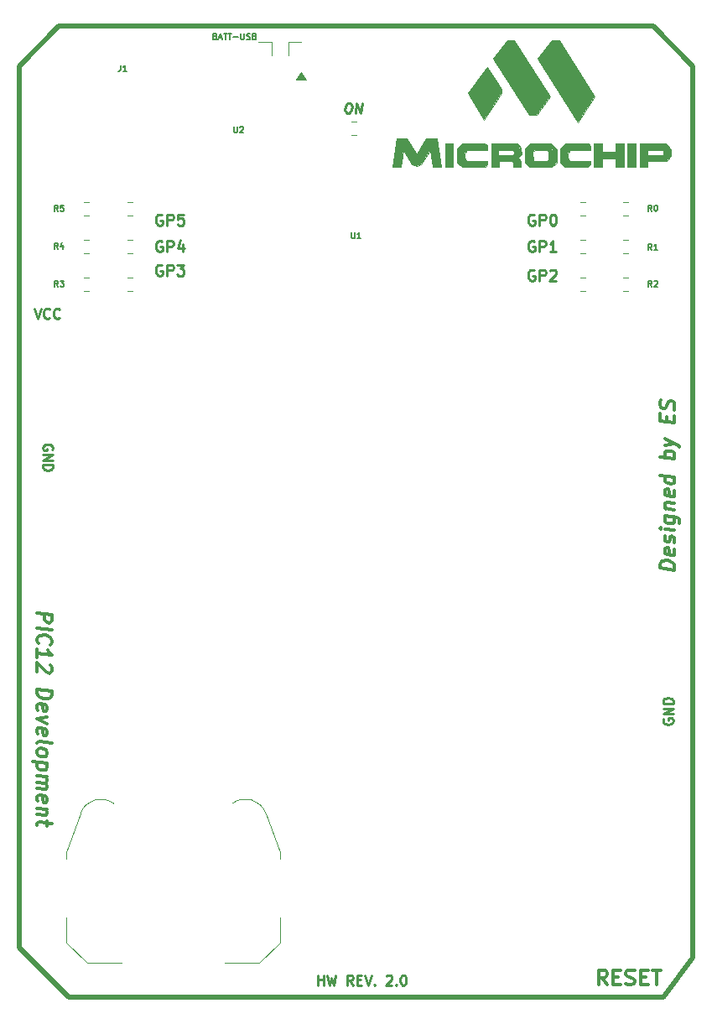
<source format=gto>
G04 #@! TF.GenerationSoftware,KiCad,Pcbnew,(5.1.5)-2*
G04 #@! TF.CreationDate,2020-05-30T20:26:40+02:00*
G04 #@! TF.ProjectId,PIC12_BOARD_REV2,50494331-325f-4424-9f41-52445f524556,rev?*
G04 #@! TF.SameCoordinates,Original*
G04 #@! TF.FileFunction,Legend,Top*
G04 #@! TF.FilePolarity,Positive*
%FSLAX46Y46*%
G04 Gerber Fmt 4.6, Leading zero omitted, Abs format (unit mm)*
G04 Created by KiCad (PCBNEW (5.1.5)-2) date 2020-05-30 20:26:40*
%MOMM*%
%LPD*%
G04 APERTURE LIST*
%ADD10C,0.250000*%
%ADD11C,0.500000*%
%ADD12C,0.300000*%
%ADD13C,0.150000*%
%ADD14C,0.030000*%
%ADD15C,0.100000*%
%ADD16C,0.120000*%
%ADD17C,0.350000*%
%ADD18C,0.275000*%
G04 APERTURE END LIST*
D10*
X155576842Y-54806380D02*
X155767318Y-54806380D01*
X155856604Y-54854000D01*
X155939937Y-54949238D01*
X155963747Y-55139714D01*
X155922080Y-55473047D01*
X155850651Y-55663523D01*
X155743508Y-55758761D01*
X155642318Y-55806380D01*
X155451842Y-55806380D01*
X155362556Y-55758761D01*
X155279223Y-55663523D01*
X155255413Y-55473047D01*
X155297080Y-55139714D01*
X155368508Y-54949238D01*
X155475651Y-54854000D01*
X155576842Y-54806380D01*
X156308985Y-55806380D02*
X156433985Y-54806380D01*
X156880413Y-55806380D01*
X157005413Y-54806380D01*
D11*
X122397000Y-140063000D02*
X127397000Y-145063000D01*
D10*
X123873666Y-75540880D02*
X124207000Y-76540880D01*
X124540333Y-75540880D01*
X125445095Y-76445642D02*
X125397476Y-76493261D01*
X125254619Y-76540880D01*
X125159380Y-76540880D01*
X125016523Y-76493261D01*
X124921285Y-76398023D01*
X124873666Y-76302785D01*
X124826047Y-76112309D01*
X124826047Y-75969452D01*
X124873666Y-75778976D01*
X124921285Y-75683738D01*
X125016523Y-75588500D01*
X125159380Y-75540880D01*
X125254619Y-75540880D01*
X125397476Y-75588500D01*
X125445095Y-75636119D01*
X126445095Y-76445642D02*
X126397476Y-76493261D01*
X126254619Y-76540880D01*
X126159380Y-76540880D01*
X126016523Y-76493261D01*
X125921285Y-76398023D01*
X125873666Y-76302785D01*
X125826047Y-76112309D01*
X125826047Y-75969452D01*
X125873666Y-75778976D01*
X125921285Y-75683738D01*
X126016523Y-75588500D01*
X126159380Y-75540880D01*
X126254619Y-75540880D01*
X126397476Y-75588500D01*
X126445095Y-75636119D01*
X125707000Y-89804595D02*
X125754619Y-89709357D01*
X125754619Y-89566500D01*
X125707000Y-89423642D01*
X125611761Y-89328404D01*
X125516523Y-89280785D01*
X125326047Y-89233166D01*
X125183190Y-89233166D01*
X124992714Y-89280785D01*
X124897476Y-89328404D01*
X124802238Y-89423642D01*
X124754619Y-89566500D01*
X124754619Y-89661738D01*
X124802238Y-89804595D01*
X124849857Y-89852214D01*
X125183190Y-89852214D01*
X125183190Y-89661738D01*
X124754619Y-90280785D02*
X125754619Y-90280785D01*
X124754619Y-90852214D01*
X125754619Y-90852214D01*
X124754619Y-91328404D02*
X125754619Y-91328404D01*
X125754619Y-91566500D01*
X125707000Y-91709357D01*
X125611761Y-91804595D01*
X125516523Y-91852214D01*
X125326047Y-91899833D01*
X125183190Y-91899833D01*
X124992714Y-91852214D01*
X124897476Y-91804595D01*
X124802238Y-91709357D01*
X124754619Y-91566500D01*
X124754619Y-91328404D01*
X187429000Y-116948904D02*
X187381380Y-117044142D01*
X187381380Y-117187000D01*
X187429000Y-117329857D01*
X187524238Y-117425095D01*
X187619476Y-117472714D01*
X187809952Y-117520333D01*
X187952809Y-117520333D01*
X188143285Y-117472714D01*
X188238523Y-117425095D01*
X188333761Y-117329857D01*
X188381380Y-117187000D01*
X188381380Y-117091761D01*
X188333761Y-116948904D01*
X188286142Y-116901285D01*
X187952809Y-116901285D01*
X187952809Y-117091761D01*
X188381380Y-116472714D02*
X187381380Y-116472714D01*
X188381380Y-115901285D01*
X187381380Y-115901285D01*
X188381380Y-115425095D02*
X187381380Y-115425095D01*
X187381380Y-115187000D01*
X187429000Y-115044142D01*
X187524238Y-114948904D01*
X187619476Y-114901285D01*
X187809952Y-114853666D01*
X187952809Y-114853666D01*
X188143285Y-114901285D01*
X188238523Y-114948904D01*
X188333761Y-115044142D01*
X188381380Y-115187000D01*
X188381380Y-115425095D01*
D12*
X181702428Y-143823071D02*
X181202428Y-143108785D01*
X180845285Y-143823071D02*
X180845285Y-142323071D01*
X181416714Y-142323071D01*
X181559571Y-142394500D01*
X181631000Y-142465928D01*
X181702428Y-142608785D01*
X181702428Y-142823071D01*
X181631000Y-142965928D01*
X181559571Y-143037357D01*
X181416714Y-143108785D01*
X180845285Y-143108785D01*
X182345285Y-143037357D02*
X182845285Y-143037357D01*
X183059571Y-143823071D02*
X182345285Y-143823071D01*
X182345285Y-142323071D01*
X183059571Y-142323071D01*
X183631000Y-143751642D02*
X183845285Y-143823071D01*
X184202428Y-143823071D01*
X184345285Y-143751642D01*
X184416714Y-143680214D01*
X184488142Y-143537357D01*
X184488142Y-143394500D01*
X184416714Y-143251642D01*
X184345285Y-143180214D01*
X184202428Y-143108785D01*
X183916714Y-143037357D01*
X183773857Y-142965928D01*
X183702428Y-142894500D01*
X183631000Y-142751642D01*
X183631000Y-142608785D01*
X183702428Y-142465928D01*
X183773857Y-142394500D01*
X183916714Y-142323071D01*
X184273857Y-142323071D01*
X184488142Y-142394500D01*
X185131000Y-143037357D02*
X185631000Y-143037357D01*
X185845285Y-143823071D02*
X185131000Y-143823071D01*
X185131000Y-142323071D01*
X185845285Y-142323071D01*
X186273857Y-142323071D02*
X187131000Y-142323071D01*
X186702428Y-143823071D02*
X186702428Y-142323071D01*
D13*
X142171142Y-48072142D02*
X142256857Y-48100714D01*
X142285428Y-48129285D01*
X142314000Y-48186428D01*
X142314000Y-48272142D01*
X142285428Y-48329285D01*
X142256857Y-48357857D01*
X142199714Y-48386428D01*
X141971142Y-48386428D01*
X141971142Y-47786428D01*
X142171142Y-47786428D01*
X142228285Y-47815000D01*
X142256857Y-47843571D01*
X142285428Y-47900714D01*
X142285428Y-47957857D01*
X142256857Y-48015000D01*
X142228285Y-48043571D01*
X142171142Y-48072142D01*
X141971142Y-48072142D01*
X142542571Y-48215000D02*
X142828285Y-48215000D01*
X142485428Y-48386428D02*
X142685428Y-47786428D01*
X142885428Y-48386428D01*
X142999714Y-47786428D02*
X143342571Y-47786428D01*
X143171142Y-48386428D02*
X143171142Y-47786428D01*
X143456857Y-47786428D02*
X143799714Y-47786428D01*
X143628285Y-48386428D02*
X143628285Y-47786428D01*
X143999714Y-48157857D02*
X144456857Y-48157857D01*
X144742571Y-47786428D02*
X144742571Y-48272142D01*
X144771142Y-48329285D01*
X144799714Y-48357857D01*
X144856857Y-48386428D01*
X144971142Y-48386428D01*
X145028285Y-48357857D01*
X145056857Y-48329285D01*
X145085428Y-48272142D01*
X145085428Y-47786428D01*
X145342571Y-48357857D02*
X145428285Y-48386428D01*
X145571142Y-48386428D01*
X145628285Y-48357857D01*
X145656857Y-48329285D01*
X145685428Y-48272142D01*
X145685428Y-48215000D01*
X145656857Y-48157857D01*
X145628285Y-48129285D01*
X145571142Y-48100714D01*
X145456857Y-48072142D01*
X145399714Y-48043571D01*
X145371142Y-48015000D01*
X145342571Y-47957857D01*
X145342571Y-47900714D01*
X145371142Y-47843571D01*
X145399714Y-47815000D01*
X145456857Y-47786428D01*
X145599714Y-47786428D01*
X145685428Y-47815000D01*
X146142571Y-48072142D02*
X146228285Y-48100714D01*
X146256857Y-48129285D01*
X146285428Y-48186428D01*
X146285428Y-48272142D01*
X146256857Y-48329285D01*
X146228285Y-48357857D01*
X146171142Y-48386428D01*
X145942571Y-48386428D01*
X145942571Y-47786428D01*
X146142571Y-47786428D01*
X146199714Y-47815000D01*
X146228285Y-47843571D01*
X146256857Y-47900714D01*
X146256857Y-47957857D01*
X146228285Y-48015000D01*
X146199714Y-48043571D01*
X146142571Y-48072142D01*
X145942571Y-48072142D01*
D14*
X178005529Y-59548943D02*
X177763001Y-59857473D01*
D15*
G36*
X180493596Y-54130252D02*
G01*
X178765928Y-56748253D01*
X174743300Y-50318206D01*
X176148641Y-48475684D01*
X176870651Y-48475684D01*
X180493596Y-54130252D01*
G37*
X180493596Y-54130252D02*
X178765928Y-56748253D01*
X174743300Y-50318206D01*
X176148641Y-48475684D01*
X176870651Y-48475684D01*
X180493596Y-54130252D01*
G36*
X175941072Y-54130252D02*
G01*
X174651598Y-56004052D01*
X173850128Y-56004052D01*
X170245133Y-50318206D01*
X171691084Y-48475684D01*
X172325420Y-48460953D01*
X175941072Y-54130252D01*
G37*
X175941072Y-54130252D02*
X174651598Y-56004052D01*
X173850128Y-56004052D01*
X170245133Y-50318206D01*
X171691084Y-48475684D01*
X172325420Y-48460953D01*
X175941072Y-54130252D01*
G36*
X173031600Y-59303168D02*
G01*
X172207338Y-59518341D01*
X170762087Y-59518341D01*
X170020836Y-58918182D01*
X172674701Y-58918182D01*
X173031600Y-59303168D01*
G37*
X173031600Y-59303168D02*
X172207338Y-59518341D01*
X170762087Y-59518341D01*
X170020836Y-58918182D01*
X172674701Y-58918182D01*
X173031600Y-59303168D01*
G36*
X187714000Y-60037000D02*
G01*
X187714000Y-60545000D01*
X187708186Y-60678459D01*
X187279548Y-60068116D01*
X187391366Y-60001158D01*
X187714000Y-60037000D01*
G37*
X187714000Y-60037000D02*
X187714000Y-60545000D01*
X187708186Y-60678459D01*
X187279548Y-60068116D01*
X187391366Y-60001158D01*
X187714000Y-60037000D01*
G36*
X187279548Y-59518341D02*
G01*
X185802611Y-59518341D01*
X185071131Y-58918182D01*
X187661595Y-58918182D01*
X187279548Y-59518341D01*
G37*
X187279548Y-59518341D02*
X185802611Y-59518341D01*
X185071131Y-58918182D01*
X187661595Y-58918182D01*
X187279548Y-59518341D01*
D14*
X177579015Y-58918182D02*
X179862123Y-58918182D01*
X176968513Y-59392149D02*
X177579015Y-58918182D01*
X176968513Y-59392149D02*
X176968513Y-60781446D01*
X187279548Y-59518341D02*
X185802611Y-59518341D01*
X182587335Y-60413283D02*
X182587335Y-61255101D01*
X183795293Y-61255130D02*
X183795293Y-58918182D01*
X180397515Y-58918153D02*
X180397515Y-61255101D01*
X162528819Y-61151883D02*
X161997977Y-60965145D01*
D15*
G36*
X162528819Y-60001158D02*
G01*
X162528819Y-61151883D01*
X161997977Y-60965145D01*
X161130387Y-59518341D01*
X161498245Y-58369570D01*
X162528819Y-60001158D01*
G37*
X162528819Y-60001158D02*
X162528819Y-61151883D01*
X161997977Y-60965145D01*
X161130387Y-59518341D01*
X161498245Y-58369570D01*
X162528819Y-60001158D01*
G36*
X169594912Y-59068445D02*
G01*
X169594912Y-59548943D01*
X167566707Y-59548943D01*
X167318872Y-59857473D01*
X167318872Y-60348086D01*
X167495897Y-60621211D01*
X169645490Y-60621211D01*
X166600654Y-60853872D01*
X166600654Y-59392149D01*
X167131730Y-58918182D01*
X169393594Y-58918182D01*
X169594912Y-59068445D01*
G37*
X169594912Y-59068445D02*
X169594912Y-59548943D01*
X167566707Y-59548943D01*
X167318872Y-59857473D01*
X167318872Y-60348086D01*
X167495897Y-60621211D01*
X169645490Y-60621211D01*
X166600654Y-60853872D01*
X166600654Y-59392149D01*
X167131730Y-58918182D01*
X169393594Y-58918182D01*
X169594912Y-59068445D01*
G36*
X188188074Y-59439136D02*
G01*
X188188074Y-60147321D01*
X187708186Y-60678459D01*
X187661595Y-58918182D01*
X188188074Y-59439136D01*
G37*
X188188074Y-59439136D02*
X188188074Y-60147321D01*
X187708186Y-60678459D01*
X187661595Y-58918182D01*
X188188074Y-59439136D01*
D14*
X181202917Y-58918182D02*
X180397515Y-58918153D01*
D15*
G36*
X161130387Y-59518341D02*
G01*
X160901343Y-61255130D01*
X160028000Y-61255130D01*
X160441241Y-58369570D01*
X161498245Y-58369570D01*
X161130387Y-59518341D01*
G37*
X161130387Y-59518341D02*
X160901343Y-61255130D01*
X160028000Y-61255130D01*
X160441241Y-58369570D01*
X161498245Y-58369570D01*
X161130387Y-59518341D01*
G36*
X175820119Y-59690159D02*
G01*
X175650709Y-59548943D01*
X176284000Y-59529000D01*
X175820119Y-59690159D01*
G37*
X175820119Y-59690159D02*
X175650709Y-59548943D01*
X176284000Y-59529000D01*
X175820119Y-59690159D01*
G36*
X180029384Y-59175744D02*
G01*
X180029384Y-59518341D01*
X178005529Y-59548943D01*
X177763001Y-59857473D01*
X177763001Y-60348086D01*
X177946988Y-60621211D01*
X180029384Y-60621211D01*
X180029384Y-60965145D01*
X179761767Y-61255130D01*
X177453569Y-61255130D01*
X176968513Y-60781446D01*
X176968513Y-59392149D01*
X177579015Y-58918182D01*
X179862123Y-58918182D01*
X180029384Y-59175744D01*
G37*
X180029384Y-59175744D02*
X180029384Y-59518341D01*
X178005529Y-59548943D01*
X177763001Y-59857473D01*
X177763001Y-60348086D01*
X177946988Y-60621211D01*
X180029384Y-60621211D01*
X180029384Y-60965145D01*
X179761767Y-61255130D01*
X177453569Y-61255130D01*
X176968513Y-60781446D01*
X176968513Y-59392149D01*
X177579015Y-58918182D01*
X179862123Y-58918182D01*
X180029384Y-59175744D01*
G36*
X181202917Y-58918182D02*
G01*
X181202917Y-59723998D01*
X182587335Y-60413283D01*
X181202917Y-60413283D01*
X181202917Y-61255101D01*
X180397515Y-61255101D01*
X180397515Y-58918153D01*
X181202917Y-58918182D01*
G37*
X181202917Y-58918182D02*
X181202917Y-59723998D01*
X182587335Y-60413283D01*
X181202917Y-60413283D01*
X181202917Y-61255101D01*
X180397515Y-61255101D01*
X180397515Y-58918153D01*
X181202917Y-58918182D01*
G36*
X187391366Y-59625501D02*
G01*
X187279548Y-59518341D01*
X187661595Y-58918182D01*
X187391366Y-59625501D01*
G37*
X187391366Y-59625501D02*
X187279548Y-59518341D01*
X187661595Y-58918182D01*
X187391366Y-59625501D01*
D14*
X182587335Y-58918153D02*
X182587335Y-59723998D01*
D15*
G36*
X170762087Y-59518341D02*
G01*
X170789541Y-61255130D01*
X170020836Y-61255130D01*
X170020836Y-58918182D01*
X170762087Y-59518341D01*
G37*
X170762087Y-59518341D02*
X170789541Y-61255130D01*
X170020836Y-61255130D01*
X170020836Y-58918182D01*
X170762087Y-59518341D01*
D14*
X184595680Y-61255130D02*
X183795293Y-61255130D01*
D15*
G36*
X172766213Y-60348086D02*
G01*
X172130201Y-60678459D01*
X170789541Y-60678459D01*
X170762087Y-60035269D01*
X172220000Y-60037000D01*
X173063629Y-60001158D01*
X172766213Y-60348086D01*
G37*
X172766213Y-60348086D02*
X172130201Y-60678459D01*
X170789541Y-60678459D01*
X170762087Y-60035269D01*
X172220000Y-60037000D01*
X173063629Y-60001158D01*
X172766213Y-60348086D01*
G36*
X174229551Y-59690159D02*
G01*
X174252000Y-60545000D01*
X173895438Y-61255130D01*
X173424856Y-60781446D01*
X173424856Y-59351340D01*
X173951908Y-58871346D01*
X174229551Y-59690159D01*
G37*
X174229551Y-59690159D02*
X174252000Y-60545000D01*
X173895438Y-61255130D01*
X173424856Y-60781446D01*
X173424856Y-59351340D01*
X173951908Y-58871346D01*
X174229551Y-59690159D01*
G36*
X187714000Y-60037000D02*
G01*
X187391366Y-60001158D01*
X187391366Y-59625501D01*
X187661595Y-58918182D01*
X187714000Y-60037000D01*
G37*
X187714000Y-60037000D02*
X187391366Y-60001158D01*
X187391366Y-59625501D01*
X187661595Y-58918182D01*
X187714000Y-60037000D01*
D14*
X185071131Y-58918182D02*
X185071131Y-61255130D01*
X181202917Y-61255101D02*
X181202917Y-60413283D01*
D15*
G36*
X169645490Y-60965145D02*
G01*
X169438118Y-61255130D01*
X167076094Y-61255130D01*
X166600654Y-60853872D01*
X169645490Y-60621211D01*
X169645490Y-60965145D01*
G37*
X169645490Y-60965145D02*
X169438118Y-61255130D01*
X167076094Y-61255130D01*
X166600654Y-60853872D01*
X169645490Y-60621211D01*
X169645490Y-60965145D01*
G36*
X171093463Y-53378285D02*
G01*
X171093463Y-53838334D01*
X169274868Y-56488595D01*
X167692384Y-53838334D01*
X169647594Y-51193050D01*
X171093463Y-53378285D01*
G37*
X171093463Y-53378285D02*
X171093463Y-53838334D01*
X169274868Y-56488595D01*
X167692384Y-53838334D01*
X169647594Y-51193050D01*
X171093463Y-53378285D01*
G36*
X182587335Y-60413283D02*
G01*
X181202917Y-59723998D01*
X182587335Y-59723998D01*
X182587335Y-60413283D01*
G37*
X182587335Y-60413283D02*
X181202917Y-59723998D01*
X182587335Y-59723998D01*
X182587335Y-60413283D01*
G36*
X184595680Y-61255130D02*
G01*
X183795293Y-61255130D01*
X183795293Y-58918182D01*
X184595680Y-58918182D01*
X184595680Y-61255130D01*
G37*
X184595680Y-61255130D02*
X183795293Y-61255130D01*
X183795293Y-58918182D01*
X184595680Y-58918182D01*
X184595680Y-61255130D01*
G36*
X166141113Y-61255130D02*
G01*
X165400129Y-61255130D01*
X165400129Y-58918182D01*
X166141113Y-58918182D01*
X166141113Y-61255130D01*
G37*
X166141113Y-61255130D02*
X165400129Y-61255130D01*
X165400129Y-58918182D01*
X166141113Y-58918182D01*
X166141113Y-61255130D01*
D14*
X180029384Y-59518341D02*
X178005529Y-59548943D01*
X180493596Y-54130252D02*
X178765928Y-56748253D01*
X182587335Y-61255101D02*
X183410791Y-61255101D01*
X187391366Y-59625501D02*
X187279548Y-59518341D01*
X183410791Y-58918153D02*
X182587335Y-58918153D01*
X185802611Y-59518341D02*
X185802611Y-60086656D01*
D15*
G36*
X176657755Y-60781446D02*
G01*
X176135409Y-61255130D01*
X173895438Y-61255130D01*
X174252000Y-60545000D01*
X174397598Y-60621211D01*
X175687072Y-60621211D01*
X175820119Y-60494855D01*
X175820119Y-59690159D01*
X176657755Y-59439136D01*
X176657755Y-60781446D01*
G37*
X176657755Y-60781446D02*
X176135409Y-61255130D01*
X173895438Y-61255130D01*
X174252000Y-60545000D01*
X174397598Y-60621211D01*
X175687072Y-60621211D01*
X175820119Y-60494855D01*
X175820119Y-59690159D01*
X176657755Y-59439136D01*
X176657755Y-60781446D01*
D14*
X177453569Y-61255130D02*
X179761767Y-61255130D01*
X181202917Y-60413283D02*
X182587335Y-60413283D01*
X160901343Y-61255130D02*
X160028000Y-61255130D01*
D15*
G36*
X164986889Y-61255130D02*
G01*
X164082034Y-61255130D01*
X163830325Y-59518341D01*
X162941914Y-60965145D01*
X162528819Y-61151883D01*
X162528819Y-60001158D01*
X163427764Y-58369570D01*
X164559101Y-58369570D01*
X164986889Y-61255130D01*
G37*
X164986889Y-61255130D02*
X164082034Y-61255130D01*
X163830325Y-59518341D01*
X162941914Y-60965145D01*
X162528819Y-61151883D01*
X162528819Y-60001158D01*
X163427764Y-58369570D01*
X164559101Y-58369570D01*
X164986889Y-61255130D01*
G36*
X176657755Y-59439136D02*
G01*
X175650709Y-59548943D01*
X174455431Y-59548943D01*
X174229551Y-59690159D01*
X173951908Y-58871346D01*
X176083645Y-58871346D01*
X176657755Y-59439136D01*
G37*
X176657755Y-59439136D02*
X175650709Y-59548943D01*
X174455431Y-59548943D01*
X174229551Y-59690159D01*
X173951908Y-58871346D01*
X176083645Y-58871346D01*
X176657755Y-59439136D01*
G36*
X173031600Y-60621211D02*
G01*
X173031600Y-61255130D01*
X172276621Y-61255130D01*
X172276621Y-60853872D01*
X172130201Y-60678459D01*
X172766213Y-60348086D01*
X173031600Y-60621211D01*
G37*
X173031600Y-60621211D02*
X173031600Y-61255130D01*
X172276621Y-61255130D01*
X172276621Y-60853872D01*
X172130201Y-60678459D01*
X172766213Y-60348086D01*
X173031600Y-60621211D01*
D14*
X187661595Y-58918182D02*
X185071131Y-58918182D01*
D15*
G36*
X173063629Y-60001158D02*
G01*
X172220000Y-60037000D01*
X172322377Y-59948332D01*
X173031600Y-59303168D01*
X173063629Y-60001158D01*
G37*
X173063629Y-60001158D02*
X172220000Y-60037000D01*
X172322377Y-59948332D01*
X173031600Y-59303168D01*
X173063629Y-60001158D01*
D14*
X179862123Y-58918182D02*
X180029384Y-59175744D01*
D15*
G36*
X183410791Y-61255101D02*
G01*
X182587335Y-61255101D01*
X182587335Y-58918153D01*
X183410791Y-58918153D01*
X183410791Y-61255101D01*
G37*
X183410791Y-61255101D02*
X182587335Y-61255101D01*
X182587335Y-58918153D01*
X183410791Y-58918153D01*
X183410791Y-61255101D01*
G36*
X172322377Y-59948332D02*
G01*
X172322377Y-59625501D01*
X172982000Y-59275000D01*
X172322377Y-59948332D01*
G37*
X172322377Y-59948332D02*
X172322377Y-59625501D01*
X172982000Y-59275000D01*
X172322377Y-59948332D01*
D14*
X187391366Y-60001158D02*
X187391366Y-59625501D01*
X185802611Y-60086656D02*
X187279548Y-60068116D01*
D15*
G36*
X185802611Y-59518341D02*
G01*
X185802611Y-61255130D01*
X185071131Y-61255130D01*
X185071131Y-58918182D01*
X185802611Y-59518341D01*
G37*
X185802611Y-59518341D02*
X185802611Y-61255130D01*
X185071131Y-61255130D01*
X185071131Y-58918182D01*
X185802611Y-59518341D01*
G36*
X172322377Y-59625501D02*
G01*
X172207338Y-59518341D01*
X172728000Y-59275000D01*
X172322377Y-59625501D01*
G37*
X172322377Y-59625501D02*
X172207338Y-59518341D01*
X172728000Y-59275000D01*
X172322377Y-59625501D01*
D14*
X181202917Y-59723998D02*
X181202917Y-58918182D01*
X183410791Y-61255101D02*
X183410791Y-58918153D01*
D15*
G36*
X187708186Y-60678459D02*
G01*
X185802611Y-60678459D01*
X185802611Y-60086656D01*
X187279548Y-60068116D01*
X187708186Y-60678459D01*
G37*
X187708186Y-60678459D02*
X185802611Y-60678459D01*
X185802611Y-60086656D01*
X187279548Y-60068116D01*
X187708186Y-60678459D01*
D14*
X170020836Y-58918182D02*
X170020836Y-61255130D01*
X176083645Y-58871346D02*
X176657755Y-59439136D01*
X167131730Y-58918182D02*
X169393594Y-58918182D01*
X165400129Y-58918182D02*
X166141113Y-58918182D01*
X180029384Y-59175744D02*
X180029384Y-59518341D01*
X173031600Y-61255130D02*
X173031600Y-60621211D01*
X169645490Y-60621211D02*
X169645490Y-60965145D01*
X172130201Y-60678459D02*
X172276621Y-60853872D01*
X166600654Y-59392149D02*
X167131730Y-58918182D01*
X162941914Y-60965145D02*
X162528819Y-61151883D01*
X172276621Y-61255130D02*
X173031600Y-61255130D01*
X167318872Y-60348086D02*
X167495897Y-60621211D01*
X170789541Y-61255130D02*
X170789541Y-60678459D01*
X174229551Y-59690159D02*
X174455431Y-59548943D01*
X175650709Y-59548943D02*
X175820119Y-59690159D01*
X163830325Y-59518341D02*
X162941914Y-60965145D01*
X161130387Y-59518341D02*
X160901343Y-61255130D01*
X162528819Y-60001158D02*
X163427764Y-58369570D01*
X180029384Y-60621211D02*
X180029384Y-60965145D01*
X176657755Y-60781446D02*
X176657755Y-59439136D01*
X175820119Y-59690159D02*
X175820119Y-60494855D01*
X161498245Y-58369570D02*
X162528819Y-60001158D01*
X167318872Y-59857473D02*
X167318872Y-60348086D01*
X187279548Y-60068116D02*
X187391366Y-60001158D01*
X172276621Y-60853872D02*
X172276621Y-61255130D01*
X182587335Y-59723998D02*
X181202917Y-59723998D01*
X180397515Y-61255101D02*
X181202917Y-61255101D01*
X165400129Y-61255130D02*
X165400129Y-58918182D01*
X176135409Y-61255130D02*
X173895438Y-61255130D01*
X170020836Y-61255130D02*
X170789541Y-61255130D01*
X160028000Y-61255130D02*
X160441241Y-58369570D01*
X166600654Y-60853872D02*
X166600654Y-59392149D01*
X167566707Y-59548943D02*
X167318872Y-59857473D01*
X176870651Y-48475684D02*
X180493596Y-54130252D01*
X173031600Y-60621211D02*
X172766213Y-60348086D01*
X172766213Y-60348086D02*
X173063629Y-60001158D01*
X164559101Y-58369570D02*
X164986889Y-61255130D01*
X175820119Y-60494855D02*
X175687072Y-60621211D01*
X166141113Y-58918182D02*
X166141113Y-61255130D01*
X171691084Y-48475684D02*
X172325420Y-48460953D01*
X161997977Y-60965145D02*
X161130387Y-59518341D01*
X160498782Y-58369570D02*
X161498245Y-58369570D01*
X177946988Y-60621211D02*
X180029384Y-60621211D01*
X170789541Y-60678459D02*
X172130201Y-60678459D01*
X166141113Y-61255130D02*
X165400129Y-61255130D01*
X172322377Y-59948332D02*
X172322377Y-59625501D01*
X177763001Y-59857473D02*
X177763001Y-60348086D01*
X173850128Y-56004052D02*
X174651598Y-56004052D01*
X172207338Y-59518341D02*
X170762087Y-59518341D01*
X177763001Y-60348086D02*
X177946988Y-60621211D01*
X173031600Y-59303168D02*
X172674701Y-58918182D01*
X173951908Y-58871346D02*
X176083645Y-58871346D01*
X170762087Y-59518341D02*
X170762087Y-60035269D01*
X169438118Y-61255130D02*
X167076094Y-61255130D01*
X172674701Y-58918182D02*
X170020836Y-58918182D01*
X169645490Y-60965145D02*
X169438118Y-61255130D01*
X169393594Y-58918182D02*
X169594912Y-59068445D01*
X173895438Y-61255130D02*
X173424856Y-60781446D01*
X184595680Y-58918182D02*
X184595680Y-61255130D01*
X173063629Y-60001158D02*
X173031600Y-59303168D01*
X163427764Y-58369570D02*
X164559101Y-58369570D01*
X164082034Y-61255130D02*
X163830325Y-59518341D01*
X171093463Y-53378285D02*
X171093463Y-53838334D01*
X176135409Y-61255130D02*
X176657755Y-60781446D01*
X183795293Y-58918182D02*
X184595680Y-58918182D01*
X185802611Y-61255130D02*
X185802611Y-60678459D01*
X173424856Y-59351340D02*
X173951908Y-58871346D01*
X185802611Y-60678459D02*
X187708186Y-60678459D01*
X180029384Y-60965145D02*
X179761767Y-61255130D01*
X169594912Y-59548943D02*
X167566707Y-59548943D01*
X175687072Y-60621211D02*
X174397598Y-60621211D01*
X174397598Y-60621211D02*
X174229551Y-60494855D01*
X174651598Y-56004052D02*
X175941072Y-54130252D01*
X172322377Y-59625501D02*
X172207338Y-59518341D01*
X173424856Y-60781446D02*
X173424856Y-59351340D01*
X185071131Y-61255130D02*
X185802611Y-61255130D01*
X174455431Y-59548943D02*
X175650709Y-59548943D01*
X171691084Y-48475684D02*
X170245133Y-50318206D01*
X167495897Y-60621211D02*
X169645490Y-60621211D01*
X169274868Y-56488595D02*
X167692384Y-53838334D01*
X188188074Y-60147321D02*
X188188074Y-59439136D01*
X174743300Y-50318206D02*
X176148641Y-48475684D01*
X175941072Y-54130252D02*
X172325420Y-48460953D01*
X178765928Y-56748253D02*
X174743300Y-50318206D01*
X170245133Y-50318206D02*
X173850128Y-56004052D01*
X167076094Y-61255130D02*
X166600654Y-60853872D01*
X164986889Y-61255130D02*
X164082034Y-61255130D01*
X176870651Y-48475684D02*
X176148641Y-48475684D01*
X174229551Y-60494855D02*
X174229551Y-59690159D01*
X172207338Y-60035269D02*
X172322377Y-59948332D01*
X170762087Y-60035269D02*
X172207338Y-60035269D01*
X171093463Y-53838334D02*
X169274868Y-56488595D01*
X167692384Y-53838334D02*
X169647594Y-51193050D01*
X169647594Y-51193050D02*
X171093463Y-53378285D01*
X169594912Y-59068445D02*
X169594912Y-59548943D01*
X176968513Y-60781446D02*
X177453569Y-61255130D01*
D16*
X150353000Y-52403000D02*
X151369000Y-52403000D01*
X151369000Y-52403000D02*
X150861000Y-51641000D01*
D15*
G36*
X151369000Y-52403000D02*
G01*
X150353000Y-52403000D01*
X150861000Y-51641000D01*
X151369000Y-52403000D01*
G37*
X151369000Y-52403000D02*
X150353000Y-52403000D01*
X150861000Y-51641000D01*
X151369000Y-52403000D01*
D16*
X150861000Y-51641000D02*
X150353000Y-52403000D01*
D11*
X187397000Y-145063000D02*
X190397000Y-141063000D01*
X127397000Y-145063000D02*
X187397000Y-145063000D01*
X122397000Y-120063000D02*
X122397000Y-140063000D01*
X190397000Y-121063000D02*
X190397000Y-141063000D01*
D17*
X124194428Y-106278723D02*
X125694428Y-106466223D01*
X125694428Y-107037651D01*
X125623000Y-107171580D01*
X125551571Y-107234080D01*
X125408714Y-107287651D01*
X125194428Y-107260866D01*
X125051571Y-107171580D01*
X124980142Y-107091223D01*
X124908714Y-106939437D01*
X124908714Y-106368008D01*
X124194428Y-107778723D02*
X125694428Y-107966223D01*
X124337285Y-109368008D02*
X124265857Y-109287651D01*
X124194428Y-109064437D01*
X124194428Y-108921580D01*
X124265857Y-108716223D01*
X124408714Y-108591223D01*
X124551571Y-108537651D01*
X124837285Y-108501937D01*
X125051571Y-108528723D01*
X125337285Y-108635866D01*
X125480142Y-108725151D01*
X125623000Y-108885866D01*
X125694428Y-109109080D01*
X125694428Y-109251937D01*
X125623000Y-109457294D01*
X125551571Y-109519794D01*
X124194428Y-110778723D02*
X124194428Y-109921580D01*
X124194428Y-110350151D02*
X125694428Y-110537651D01*
X125480142Y-110368008D01*
X125337285Y-110207294D01*
X125265857Y-110055508D01*
X125551571Y-111519794D02*
X125623000Y-111600151D01*
X125694428Y-111751937D01*
X125694428Y-112109080D01*
X125623000Y-112243008D01*
X125551571Y-112305508D01*
X125408714Y-112359080D01*
X125265857Y-112341223D01*
X125051571Y-112243008D01*
X124194428Y-111278723D01*
X124194428Y-112207294D01*
X124194428Y-113993008D02*
X125694428Y-114180508D01*
X125694428Y-114537651D01*
X125623000Y-114743008D01*
X125480142Y-114868008D01*
X125337285Y-114921580D01*
X125051571Y-114957294D01*
X124837285Y-114930508D01*
X124551571Y-114823366D01*
X124408714Y-114734080D01*
X124265857Y-114573366D01*
X124194428Y-114350151D01*
X124194428Y-113993008D01*
X124265857Y-116073366D02*
X124194428Y-115921580D01*
X124194428Y-115635866D01*
X124265857Y-115501937D01*
X124408714Y-115448366D01*
X124980142Y-115519794D01*
X125123000Y-115609080D01*
X125194428Y-115760866D01*
X125194428Y-116046580D01*
X125123000Y-116180508D01*
X124980142Y-116234080D01*
X124837285Y-116216223D01*
X124694428Y-115484080D01*
X125194428Y-116760866D02*
X124194428Y-116993008D01*
X125194428Y-117475151D01*
X124265857Y-118501937D02*
X124194428Y-118350151D01*
X124194428Y-118064437D01*
X124265857Y-117930508D01*
X124408714Y-117876937D01*
X124980142Y-117948366D01*
X125123000Y-118037651D01*
X125194428Y-118189437D01*
X125194428Y-118475151D01*
X125123000Y-118609080D01*
X124980142Y-118662651D01*
X124837285Y-118644794D01*
X124694428Y-117912651D01*
X124194428Y-119421580D02*
X124265857Y-119287651D01*
X124408714Y-119234080D01*
X125694428Y-119394794D01*
X124194428Y-120207294D02*
X124265857Y-120073366D01*
X124337285Y-120010866D01*
X124480142Y-119957294D01*
X124908714Y-120010866D01*
X125051571Y-120100151D01*
X125123000Y-120180508D01*
X125194428Y-120332294D01*
X125194428Y-120546580D01*
X125123000Y-120680508D01*
X125051571Y-120743008D01*
X124908714Y-120796580D01*
X124480142Y-120743008D01*
X124337285Y-120653723D01*
X124265857Y-120573366D01*
X124194428Y-120421580D01*
X124194428Y-120207294D01*
X125194428Y-121475151D02*
X123694428Y-121287651D01*
X125123000Y-121466223D02*
X125194428Y-121618008D01*
X125194428Y-121903723D01*
X125123000Y-122037651D01*
X125051571Y-122100151D01*
X124908714Y-122153723D01*
X124480142Y-122100151D01*
X124337285Y-122010866D01*
X124265857Y-121930508D01*
X124194428Y-121778723D01*
X124194428Y-121493008D01*
X124265857Y-121359080D01*
X124194428Y-122707294D02*
X125194428Y-122832294D01*
X125051571Y-122814437D02*
X125123000Y-122894794D01*
X125194428Y-123046580D01*
X125194428Y-123260866D01*
X125123000Y-123394794D01*
X124980142Y-123448366D01*
X124194428Y-123350151D01*
X124980142Y-123448366D02*
X125123000Y-123537651D01*
X125194428Y-123689437D01*
X125194428Y-123903723D01*
X125123000Y-124037651D01*
X124980142Y-124091223D01*
X124194428Y-123993008D01*
X124265857Y-125287651D02*
X124194428Y-125135866D01*
X124194428Y-124850151D01*
X124265857Y-124716223D01*
X124408714Y-124662651D01*
X124980142Y-124734080D01*
X125123000Y-124823366D01*
X125194428Y-124975151D01*
X125194428Y-125260866D01*
X125123000Y-125394794D01*
X124980142Y-125448366D01*
X124837285Y-125430508D01*
X124694428Y-124698366D01*
X125194428Y-126118008D02*
X124194428Y-125993008D01*
X125051571Y-126100151D02*
X125123000Y-126180508D01*
X125194428Y-126332294D01*
X125194428Y-126546580D01*
X125123000Y-126680508D01*
X124980142Y-126734080D01*
X124194428Y-126635866D01*
X125194428Y-127260866D02*
X125194428Y-127832294D01*
X125694428Y-127537651D02*
X124408714Y-127376937D01*
X124265857Y-127430508D01*
X124194428Y-127564437D01*
X124194428Y-127707294D01*
X188543571Y-101931419D02*
X187043571Y-101743919D01*
X187043571Y-101386776D01*
X187115000Y-101181419D01*
X187257857Y-101056419D01*
X187400714Y-101002848D01*
X187686428Y-100967133D01*
X187900714Y-100993919D01*
X188186428Y-101101062D01*
X188329285Y-101190348D01*
X188472142Y-101351062D01*
X188543571Y-101574276D01*
X188543571Y-101931419D01*
X188472142Y-99851062D02*
X188543571Y-100002848D01*
X188543571Y-100288562D01*
X188472142Y-100422491D01*
X188329285Y-100476062D01*
X187757857Y-100404633D01*
X187615000Y-100315348D01*
X187543571Y-100163562D01*
X187543571Y-99877848D01*
X187615000Y-99743919D01*
X187757857Y-99690348D01*
X187900714Y-99708205D01*
X188043571Y-100440348D01*
X188472142Y-99208205D02*
X188543571Y-99074276D01*
X188543571Y-98788562D01*
X188472142Y-98636776D01*
X188329285Y-98547491D01*
X188257857Y-98538562D01*
X188115000Y-98592133D01*
X188043571Y-98726062D01*
X188043571Y-98940348D01*
X187972142Y-99074276D01*
X187829285Y-99127848D01*
X187757857Y-99118919D01*
X187615000Y-99029633D01*
X187543571Y-98877848D01*
X187543571Y-98663562D01*
X187615000Y-98529633D01*
X188543571Y-97931419D02*
X187543571Y-97806419D01*
X187043571Y-97743919D02*
X187115000Y-97824276D01*
X187186428Y-97761776D01*
X187115000Y-97681419D01*
X187043571Y-97743919D01*
X187186428Y-97761776D01*
X187543571Y-96449276D02*
X188757857Y-96601062D01*
X188900714Y-96690348D01*
X188972142Y-96770705D01*
X189043571Y-96922491D01*
X189043571Y-97136776D01*
X188972142Y-97270705D01*
X188472142Y-96565348D02*
X188543571Y-96717133D01*
X188543571Y-97002848D01*
X188472142Y-97136776D01*
X188400714Y-97199276D01*
X188257857Y-97252848D01*
X187829285Y-97199276D01*
X187686428Y-97109991D01*
X187615000Y-97029633D01*
X187543571Y-96877848D01*
X187543571Y-96592133D01*
X187615000Y-96458205D01*
X187543571Y-95734991D02*
X188543571Y-95859991D01*
X187686428Y-95752848D02*
X187615000Y-95672491D01*
X187543571Y-95520705D01*
X187543571Y-95306419D01*
X187615000Y-95172491D01*
X187757857Y-95118919D01*
X188543571Y-95217133D01*
X188472142Y-93922491D02*
X188543571Y-94074276D01*
X188543571Y-94359991D01*
X188472142Y-94493919D01*
X188329285Y-94547491D01*
X187757857Y-94476062D01*
X187615000Y-94386776D01*
X187543571Y-94234991D01*
X187543571Y-93949276D01*
X187615000Y-93815348D01*
X187757857Y-93761776D01*
X187900714Y-93779633D01*
X188043571Y-94511776D01*
X188543571Y-92574276D02*
X187043571Y-92386776D01*
X188472142Y-92565348D02*
X188543571Y-92717133D01*
X188543571Y-93002848D01*
X188472142Y-93136776D01*
X188400714Y-93199276D01*
X188257857Y-93252848D01*
X187829285Y-93199276D01*
X187686428Y-93109991D01*
X187615000Y-93029633D01*
X187543571Y-92877848D01*
X187543571Y-92592133D01*
X187615000Y-92458205D01*
X188543571Y-90717133D02*
X187043571Y-90529633D01*
X187615000Y-90601062D02*
X187543571Y-90449276D01*
X187543571Y-90163562D01*
X187615000Y-90029633D01*
X187686428Y-89967133D01*
X187829285Y-89913562D01*
X188257857Y-89967133D01*
X188400714Y-90056419D01*
X188472142Y-90136776D01*
X188543571Y-90288562D01*
X188543571Y-90574276D01*
X188472142Y-90708205D01*
X187543571Y-89377848D02*
X188543571Y-89145705D01*
X187543571Y-88663562D02*
X188543571Y-89145705D01*
X188900714Y-89333205D01*
X188972142Y-89413562D01*
X189043571Y-89565348D01*
X187757857Y-86976062D02*
X187757857Y-86476062D01*
X188543571Y-86359991D02*
X188543571Y-87074276D01*
X187043571Y-86886776D01*
X187043571Y-86172491D01*
X188472142Y-85779633D02*
X188543571Y-85574276D01*
X188543571Y-85217133D01*
X188472142Y-85065348D01*
X188400714Y-84984991D01*
X188257857Y-84895705D01*
X188115000Y-84877848D01*
X187972142Y-84931419D01*
X187900714Y-84993919D01*
X187829285Y-85127848D01*
X187757857Y-85404633D01*
X187686428Y-85538562D01*
X187615000Y-85601062D01*
X187472142Y-85654633D01*
X187329285Y-85636776D01*
X187186428Y-85547491D01*
X187115000Y-85467133D01*
X187043571Y-85315348D01*
X187043571Y-84958205D01*
X187115000Y-84752848D01*
D10*
X152528428Y-143850880D02*
X152528428Y-142850880D01*
X152528428Y-143327071D02*
X153099857Y-143327071D01*
X153099857Y-143850880D02*
X153099857Y-142850880D01*
X153480809Y-142850880D02*
X153718904Y-143850880D01*
X153909380Y-143136595D01*
X154099857Y-143850880D01*
X154337952Y-142850880D01*
X156052238Y-143850880D02*
X155718904Y-143374690D01*
X155480809Y-143850880D02*
X155480809Y-142850880D01*
X155861761Y-142850880D01*
X155957000Y-142898500D01*
X156004619Y-142946119D01*
X156052238Y-143041357D01*
X156052238Y-143184214D01*
X156004619Y-143279452D01*
X155957000Y-143327071D01*
X155861761Y-143374690D01*
X155480809Y-143374690D01*
X156480809Y-143327071D02*
X156814142Y-143327071D01*
X156957000Y-143850880D02*
X156480809Y-143850880D01*
X156480809Y-142850880D01*
X156957000Y-142850880D01*
X157242714Y-142850880D02*
X157576047Y-143850880D01*
X157909380Y-142850880D01*
X158242714Y-143755642D02*
X158290333Y-143803261D01*
X158242714Y-143850880D01*
X158195095Y-143803261D01*
X158242714Y-143755642D01*
X158242714Y-143850880D01*
X159433190Y-142946119D02*
X159480809Y-142898500D01*
X159576047Y-142850880D01*
X159814142Y-142850880D01*
X159909380Y-142898500D01*
X159957000Y-142946119D01*
X160004619Y-143041357D01*
X160004619Y-143136595D01*
X159957000Y-143279452D01*
X159385571Y-143850880D01*
X160004619Y-143850880D01*
X160433190Y-143755642D02*
X160480809Y-143803261D01*
X160433190Y-143850880D01*
X160385571Y-143803261D01*
X160433190Y-143755642D01*
X160433190Y-143850880D01*
X161099857Y-142850880D02*
X161195095Y-142850880D01*
X161290333Y-142898500D01*
X161337952Y-142946119D01*
X161385571Y-143041357D01*
X161433190Y-143231833D01*
X161433190Y-143469928D01*
X161385571Y-143660404D01*
X161337952Y-143755642D01*
X161290333Y-143803261D01*
X161195095Y-143850880D01*
X161099857Y-143850880D01*
X161004619Y-143803261D01*
X160957000Y-143755642D01*
X160909380Y-143660404D01*
X160861761Y-143469928D01*
X160861761Y-143231833D01*
X160909380Y-143041357D01*
X160957000Y-142946119D01*
X161004619Y-142898500D01*
X161099857Y-142850880D01*
D11*
X167397000Y-47063000D02*
X180397000Y-47063000D01*
X126397000Y-47063000D02*
X167397000Y-47063000D01*
X186397000Y-47063000D02*
X180397000Y-47063000D01*
X190397000Y-51063000D02*
X186397000Y-47063000D01*
X190397000Y-121063000D02*
X190397000Y-51063000D01*
X122397000Y-51063000D02*
X126397000Y-47063000D01*
X122397000Y-120063000D02*
X122397000Y-51063000D01*
D16*
X149531000Y-49990000D02*
X149531000Y-48660000D01*
X149531000Y-48660000D02*
X150861000Y-48660000D01*
X129207000Y-141604000D02*
X132707000Y-141604000D01*
X127127000Y-131064000D02*
X127127000Y-130434000D01*
X127127000Y-139524000D02*
X127127000Y-137064000D01*
X148687000Y-131064000D02*
X148687000Y-130434000D01*
X148687000Y-139524000D02*
X148687000Y-137064000D01*
X128581756Y-126475831D02*
G75*
G02X131907000Y-125514000I2015244J-738169D01*
G01*
X127127000Y-130434000D02*
X128567000Y-126484000D01*
X129207000Y-141604000D02*
X127127000Y-139524000D01*
X143107000Y-141604000D02*
X146607000Y-141604000D01*
X146607000Y-141604000D02*
X148687000Y-139524000D01*
X148687000Y-130434000D02*
X147247000Y-126484000D01*
X143910354Y-125497470D02*
G75*
G02X147247000Y-126484000I1306646J-1716530D01*
G01*
X147873000Y-48660000D02*
X147873000Y-49990000D01*
X146543000Y-48660000D02*
X147873000Y-48660000D01*
X128905748Y-66194000D02*
X129428252Y-66194000D01*
X128905748Y-64774000D02*
X129428252Y-64774000D01*
X128905748Y-70009000D02*
X129428252Y-70009000D01*
X128905748Y-68589000D02*
X129428252Y-68589000D01*
X128905748Y-73814000D02*
X129428252Y-73814000D01*
X128905748Y-72394000D02*
X129428252Y-72394000D01*
X183888252Y-72394000D02*
X183365748Y-72394000D01*
X183888252Y-73814000D02*
X183365748Y-73814000D01*
X183888252Y-68584000D02*
X183365748Y-68584000D01*
X183888252Y-70004000D02*
X183365748Y-70004000D01*
X183888252Y-64774000D02*
X183365748Y-64774000D01*
X183888252Y-66194000D02*
X183365748Y-66194000D01*
X133275748Y-66194000D02*
X133798252Y-66194000D01*
X133275748Y-64774000D02*
X133798252Y-64774000D01*
X133275748Y-70009000D02*
X133798252Y-70009000D01*
X133275748Y-68589000D02*
X133798252Y-68589000D01*
X133275748Y-73814000D02*
X133798252Y-73814000D01*
X133275748Y-72394000D02*
X133798252Y-72394000D01*
X179518252Y-72394000D02*
X178995748Y-72394000D01*
X179518252Y-73814000D02*
X178995748Y-73814000D01*
X179518252Y-68584000D02*
X178995748Y-68584000D01*
X179518252Y-70004000D02*
X178995748Y-70004000D01*
X179518252Y-64774000D02*
X178995748Y-64774000D01*
X179518252Y-66194000D02*
X178995748Y-66194000D01*
X156456252Y-56646000D02*
X155933748Y-56646000D01*
X156456252Y-58066000D02*
X155933748Y-58066000D01*
D13*
X144053857Y-57184428D02*
X144053857Y-57670142D01*
X144082428Y-57727285D01*
X144111000Y-57755857D01*
X144168142Y-57784428D01*
X144282428Y-57784428D01*
X144339571Y-57755857D01*
X144368142Y-57727285D01*
X144396714Y-57670142D01*
X144396714Y-57184428D01*
X144653857Y-57241571D02*
X144682428Y-57213000D01*
X144739571Y-57184428D01*
X144882428Y-57184428D01*
X144939571Y-57213000D01*
X144968142Y-57241571D01*
X144996714Y-57298714D01*
X144996714Y-57355857D01*
X144968142Y-57441571D01*
X144625285Y-57784428D01*
X144996714Y-57784428D01*
X132611000Y-50961428D02*
X132611000Y-51390000D01*
X132582428Y-51475714D01*
X132525285Y-51532857D01*
X132439571Y-51561428D01*
X132382428Y-51561428D01*
X133211000Y-51561428D02*
X132868142Y-51561428D01*
X133039571Y-51561428D02*
X133039571Y-50961428D01*
X132982428Y-51047142D01*
X132925285Y-51104285D01*
X132868142Y-51132857D01*
X126289000Y-65708428D02*
X126089000Y-65422714D01*
X125946142Y-65708428D02*
X125946142Y-65108428D01*
X126174714Y-65108428D01*
X126231857Y-65137000D01*
X126260428Y-65165571D01*
X126289000Y-65222714D01*
X126289000Y-65308428D01*
X126260428Y-65365571D01*
X126231857Y-65394142D01*
X126174714Y-65422714D01*
X125946142Y-65422714D01*
X126831857Y-65108428D02*
X126546142Y-65108428D01*
X126517571Y-65394142D01*
X126546142Y-65365571D01*
X126603285Y-65337000D01*
X126746142Y-65337000D01*
X126803285Y-65365571D01*
X126831857Y-65394142D01*
X126860428Y-65451285D01*
X126860428Y-65594142D01*
X126831857Y-65651285D01*
X126803285Y-65679857D01*
X126746142Y-65708428D01*
X126603285Y-65708428D01*
X126546142Y-65679857D01*
X126517571Y-65651285D01*
X126289000Y-69518428D02*
X126089000Y-69232714D01*
X125946142Y-69518428D02*
X125946142Y-68918428D01*
X126174714Y-68918428D01*
X126231857Y-68947000D01*
X126260428Y-68975571D01*
X126289000Y-69032714D01*
X126289000Y-69118428D01*
X126260428Y-69175571D01*
X126231857Y-69204142D01*
X126174714Y-69232714D01*
X125946142Y-69232714D01*
X126803285Y-69118428D02*
X126803285Y-69518428D01*
X126660428Y-68889857D02*
X126517571Y-69318428D01*
X126889000Y-69318428D01*
X126289000Y-73328428D02*
X126089000Y-73042714D01*
X125946142Y-73328428D02*
X125946142Y-72728428D01*
X126174714Y-72728428D01*
X126231857Y-72757000D01*
X126260428Y-72785571D01*
X126289000Y-72842714D01*
X126289000Y-72928428D01*
X126260428Y-72985571D01*
X126231857Y-73014142D01*
X126174714Y-73042714D01*
X125946142Y-73042714D01*
X126489000Y-72728428D02*
X126860428Y-72728428D01*
X126660428Y-72957000D01*
X126746142Y-72957000D01*
X126803285Y-72985571D01*
X126831857Y-73014142D01*
X126860428Y-73071285D01*
X126860428Y-73214142D01*
X126831857Y-73271285D01*
X126803285Y-73299857D01*
X126746142Y-73328428D01*
X126574714Y-73328428D01*
X126517571Y-73299857D01*
X126489000Y-73271285D01*
X186233000Y-73328428D02*
X186033000Y-73042714D01*
X185890142Y-73328428D02*
X185890142Y-72728428D01*
X186118714Y-72728428D01*
X186175857Y-72757000D01*
X186204428Y-72785571D01*
X186233000Y-72842714D01*
X186233000Y-72928428D01*
X186204428Y-72985571D01*
X186175857Y-73014142D01*
X186118714Y-73042714D01*
X185890142Y-73042714D01*
X186461571Y-72785571D02*
X186490142Y-72757000D01*
X186547285Y-72728428D01*
X186690142Y-72728428D01*
X186747285Y-72757000D01*
X186775857Y-72785571D01*
X186804428Y-72842714D01*
X186804428Y-72899857D01*
X186775857Y-72985571D01*
X186433000Y-73328428D01*
X186804428Y-73328428D01*
X186233000Y-69645428D02*
X186033000Y-69359714D01*
X185890142Y-69645428D02*
X185890142Y-69045428D01*
X186118714Y-69045428D01*
X186175857Y-69074000D01*
X186204428Y-69102571D01*
X186233000Y-69159714D01*
X186233000Y-69245428D01*
X186204428Y-69302571D01*
X186175857Y-69331142D01*
X186118714Y-69359714D01*
X185890142Y-69359714D01*
X186804428Y-69645428D02*
X186461571Y-69645428D01*
X186633000Y-69645428D02*
X186633000Y-69045428D01*
X186575857Y-69131142D01*
X186518714Y-69188285D01*
X186461571Y-69216857D01*
X186233000Y-65708428D02*
X186033000Y-65422714D01*
X185890142Y-65708428D02*
X185890142Y-65108428D01*
X186118714Y-65108428D01*
X186175857Y-65137000D01*
X186204428Y-65165571D01*
X186233000Y-65222714D01*
X186233000Y-65308428D01*
X186204428Y-65365571D01*
X186175857Y-65394142D01*
X186118714Y-65422714D01*
X185890142Y-65422714D01*
X186604428Y-65108428D02*
X186661571Y-65108428D01*
X186718714Y-65137000D01*
X186747285Y-65165571D01*
X186775857Y-65222714D01*
X186804428Y-65337000D01*
X186804428Y-65479857D01*
X186775857Y-65594142D01*
X186747285Y-65651285D01*
X186718714Y-65679857D01*
X186661571Y-65708428D01*
X186604428Y-65708428D01*
X186547285Y-65679857D01*
X186518714Y-65651285D01*
X186490142Y-65594142D01*
X186461571Y-65479857D01*
X186461571Y-65337000D01*
X186490142Y-65222714D01*
X186518714Y-65165571D01*
X186547285Y-65137000D01*
X186604428Y-65108428D01*
X155939857Y-67874428D02*
X155939857Y-68360142D01*
X155968428Y-68417285D01*
X155997000Y-68445857D01*
X156054142Y-68474428D01*
X156168428Y-68474428D01*
X156225571Y-68445857D01*
X156254142Y-68417285D01*
X156282714Y-68360142D01*
X156282714Y-67874428D01*
X156882714Y-68474428D02*
X156539857Y-68474428D01*
X156711285Y-68474428D02*
X156711285Y-67874428D01*
X156654142Y-67960142D01*
X156597000Y-68017285D01*
X156539857Y-68045857D01*
D18*
X136787285Y-66087000D02*
X136682523Y-66034619D01*
X136525380Y-66034619D01*
X136368238Y-66087000D01*
X136263476Y-66191761D01*
X136211095Y-66296523D01*
X136158714Y-66506047D01*
X136158714Y-66663190D01*
X136211095Y-66872714D01*
X136263476Y-66977476D01*
X136368238Y-67082238D01*
X136525380Y-67134619D01*
X136630142Y-67134619D01*
X136787285Y-67082238D01*
X136839666Y-67029857D01*
X136839666Y-66663190D01*
X136630142Y-66663190D01*
X137311095Y-67134619D02*
X137311095Y-66034619D01*
X137730142Y-66034619D01*
X137834904Y-66087000D01*
X137887285Y-66139380D01*
X137939666Y-66244142D01*
X137939666Y-66401285D01*
X137887285Y-66506047D01*
X137834904Y-66558428D01*
X137730142Y-66610809D01*
X137311095Y-66610809D01*
X138934904Y-66034619D02*
X138411095Y-66034619D01*
X138358714Y-66558428D01*
X138411095Y-66506047D01*
X138515857Y-66453666D01*
X138777761Y-66453666D01*
X138882523Y-66506047D01*
X138934904Y-66558428D01*
X138987285Y-66663190D01*
X138987285Y-66925095D01*
X138934904Y-67029857D01*
X138882523Y-67082238D01*
X138777761Y-67134619D01*
X138515857Y-67134619D01*
X138411095Y-67082238D01*
X138358714Y-67029857D01*
X136787285Y-68749000D02*
X136682523Y-68696619D01*
X136525380Y-68696619D01*
X136368238Y-68749000D01*
X136263476Y-68853761D01*
X136211095Y-68958523D01*
X136158714Y-69168047D01*
X136158714Y-69325190D01*
X136211095Y-69534714D01*
X136263476Y-69639476D01*
X136368238Y-69744238D01*
X136525380Y-69796619D01*
X136630142Y-69796619D01*
X136787285Y-69744238D01*
X136839666Y-69691857D01*
X136839666Y-69325190D01*
X136630142Y-69325190D01*
X137311095Y-69796619D02*
X137311095Y-68696619D01*
X137730142Y-68696619D01*
X137834904Y-68749000D01*
X137887285Y-68801380D01*
X137939666Y-68906142D01*
X137939666Y-69063285D01*
X137887285Y-69168047D01*
X137834904Y-69220428D01*
X137730142Y-69272809D01*
X137311095Y-69272809D01*
X138882523Y-69063285D02*
X138882523Y-69796619D01*
X138620619Y-68644238D02*
X138358714Y-69429952D01*
X139039666Y-69429952D01*
X136787285Y-71167000D02*
X136682523Y-71114619D01*
X136525380Y-71114619D01*
X136368238Y-71167000D01*
X136263476Y-71271761D01*
X136211095Y-71376523D01*
X136158714Y-71586047D01*
X136158714Y-71743190D01*
X136211095Y-71952714D01*
X136263476Y-72057476D01*
X136368238Y-72162238D01*
X136525380Y-72214619D01*
X136630142Y-72214619D01*
X136787285Y-72162238D01*
X136839666Y-72109857D01*
X136839666Y-71743190D01*
X136630142Y-71743190D01*
X137311095Y-72214619D02*
X137311095Y-71114619D01*
X137730142Y-71114619D01*
X137834904Y-71167000D01*
X137887285Y-71219380D01*
X137939666Y-71324142D01*
X137939666Y-71481285D01*
X137887285Y-71586047D01*
X137834904Y-71638428D01*
X137730142Y-71690809D01*
X137311095Y-71690809D01*
X138306333Y-71114619D02*
X138987285Y-71114619D01*
X138620619Y-71533666D01*
X138777761Y-71533666D01*
X138882523Y-71586047D01*
X138934904Y-71638428D01*
X138987285Y-71743190D01*
X138987285Y-72005095D01*
X138934904Y-72109857D01*
X138882523Y-72162238D01*
X138777761Y-72214619D01*
X138463476Y-72214619D01*
X138358714Y-72162238D01*
X138306333Y-72109857D01*
X174379285Y-71675000D02*
X174274523Y-71622619D01*
X174117380Y-71622619D01*
X173960238Y-71675000D01*
X173855476Y-71779761D01*
X173803095Y-71884523D01*
X173750714Y-72094047D01*
X173750714Y-72251190D01*
X173803095Y-72460714D01*
X173855476Y-72565476D01*
X173960238Y-72670238D01*
X174117380Y-72722619D01*
X174222142Y-72722619D01*
X174379285Y-72670238D01*
X174431666Y-72617857D01*
X174431666Y-72251190D01*
X174222142Y-72251190D01*
X174903095Y-72722619D02*
X174903095Y-71622619D01*
X175322142Y-71622619D01*
X175426904Y-71675000D01*
X175479285Y-71727380D01*
X175531666Y-71832142D01*
X175531666Y-71989285D01*
X175479285Y-72094047D01*
X175426904Y-72146428D01*
X175322142Y-72198809D01*
X174903095Y-72198809D01*
X175950714Y-71727380D02*
X176003095Y-71675000D01*
X176107857Y-71622619D01*
X176369761Y-71622619D01*
X176474523Y-71675000D01*
X176526904Y-71727380D01*
X176579285Y-71832142D01*
X176579285Y-71936904D01*
X176526904Y-72094047D01*
X175898333Y-72722619D01*
X176579285Y-72722619D01*
X174379285Y-68749000D02*
X174274523Y-68696619D01*
X174117380Y-68696619D01*
X173960238Y-68749000D01*
X173855476Y-68853761D01*
X173803095Y-68958523D01*
X173750714Y-69168047D01*
X173750714Y-69325190D01*
X173803095Y-69534714D01*
X173855476Y-69639476D01*
X173960238Y-69744238D01*
X174117380Y-69796619D01*
X174222142Y-69796619D01*
X174379285Y-69744238D01*
X174431666Y-69691857D01*
X174431666Y-69325190D01*
X174222142Y-69325190D01*
X174903095Y-69796619D02*
X174903095Y-68696619D01*
X175322142Y-68696619D01*
X175426904Y-68749000D01*
X175479285Y-68801380D01*
X175531666Y-68906142D01*
X175531666Y-69063285D01*
X175479285Y-69168047D01*
X175426904Y-69220428D01*
X175322142Y-69272809D01*
X174903095Y-69272809D01*
X176579285Y-69796619D02*
X175950714Y-69796619D01*
X176265000Y-69796619D02*
X176265000Y-68696619D01*
X176160238Y-68853761D01*
X176055476Y-68958523D01*
X175950714Y-69010904D01*
X174379285Y-66087000D02*
X174274523Y-66034619D01*
X174117380Y-66034619D01*
X173960238Y-66087000D01*
X173855476Y-66191761D01*
X173803095Y-66296523D01*
X173750714Y-66506047D01*
X173750714Y-66663190D01*
X173803095Y-66872714D01*
X173855476Y-66977476D01*
X173960238Y-67082238D01*
X174117380Y-67134619D01*
X174222142Y-67134619D01*
X174379285Y-67082238D01*
X174431666Y-67029857D01*
X174431666Y-66663190D01*
X174222142Y-66663190D01*
X174903095Y-67134619D02*
X174903095Y-66034619D01*
X175322142Y-66034619D01*
X175426904Y-66087000D01*
X175479285Y-66139380D01*
X175531666Y-66244142D01*
X175531666Y-66401285D01*
X175479285Y-66506047D01*
X175426904Y-66558428D01*
X175322142Y-66610809D01*
X174903095Y-66610809D01*
X176212619Y-66034619D02*
X176317380Y-66034619D01*
X176422142Y-66087000D01*
X176474523Y-66139380D01*
X176526904Y-66244142D01*
X176579285Y-66453666D01*
X176579285Y-66715571D01*
X176526904Y-66925095D01*
X176474523Y-67029857D01*
X176422142Y-67082238D01*
X176317380Y-67134619D01*
X176212619Y-67134619D01*
X176107857Y-67082238D01*
X176055476Y-67029857D01*
X176003095Y-66925095D01*
X175950714Y-66715571D01*
X175950714Y-66453666D01*
X176003095Y-66244142D01*
X176055476Y-66139380D01*
X176107857Y-66087000D01*
X176212619Y-66034619D01*
M02*

</source>
